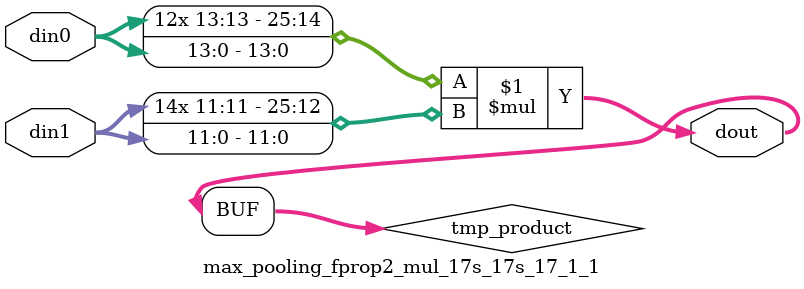
<source format=v>

`timescale 1 ns / 1 ps

 module max_pooling_fprop2_mul_17s_17s_17_1_1(din0, din1, dout);
parameter ID = 1;
parameter NUM_STAGE = 0;
parameter din0_WIDTH = 14;
parameter din1_WIDTH = 12;
parameter dout_WIDTH = 26;

input [din0_WIDTH - 1 : 0] din0; 
input [din1_WIDTH - 1 : 0] din1; 
output [dout_WIDTH - 1 : 0] dout;

wire signed [dout_WIDTH - 1 : 0] tmp_product;



























assign tmp_product = $signed(din0) * $signed(din1);








assign dout = tmp_product;





















endmodule

</source>
